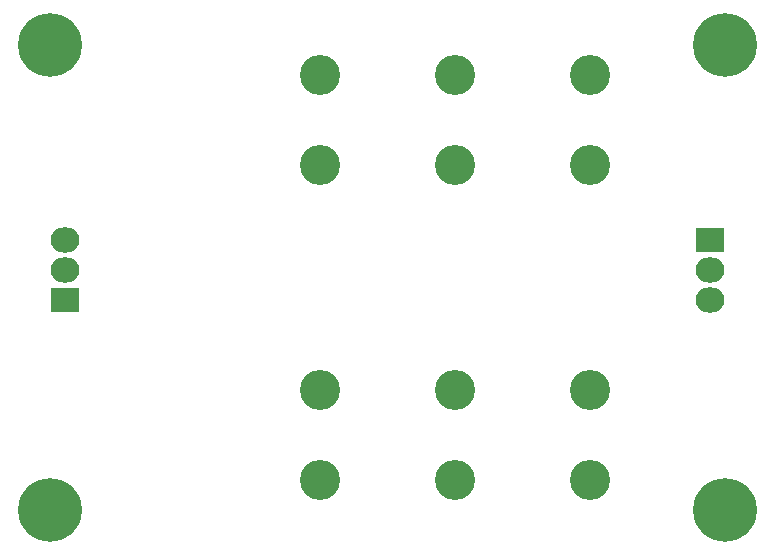
<source format=gbr>
G04 #@! TF.FileFunction,Soldermask,Bot*
%FSLAX46Y46*%
G04 Gerber Fmt 4.6, Leading zero omitted, Abs format (unit mm)*
G04 Created by KiCad (PCBNEW 4.0.1-stable) date Tuesday, February 02, 2016 'pmt' 10:50:14 pm*
%MOMM*%
G01*
G04 APERTURE LIST*
%ADD10C,0.100000*%
%ADD11R,2.432000X2.127200*%
%ADD12O,2.432000X2.127200*%
%ADD13C,3.400000*%
%ADD14C,5.400000*%
G04 APERTURE END LIST*
D10*
D11*
X134620000Y-101600000D03*
D12*
X134620000Y-99060000D03*
X134620000Y-96520000D03*
D11*
X189230000Y-96520000D03*
D12*
X189230000Y-99060000D03*
X189230000Y-101600000D03*
D13*
X156210000Y-109220000D03*
X156210000Y-116840000D03*
X167640000Y-116840000D03*
X167640000Y-109220000D03*
X179070000Y-109220000D03*
X179070000Y-116840000D03*
X179070000Y-82550000D03*
X179070000Y-90170000D03*
X167640000Y-90170000D03*
X167640000Y-82550000D03*
X156210000Y-82550000D03*
X156210000Y-90170000D03*
D14*
X133350000Y-119380000D03*
X190500000Y-119380000D03*
X133350000Y-80010000D03*
X190500000Y-80010000D03*
M02*

</source>
